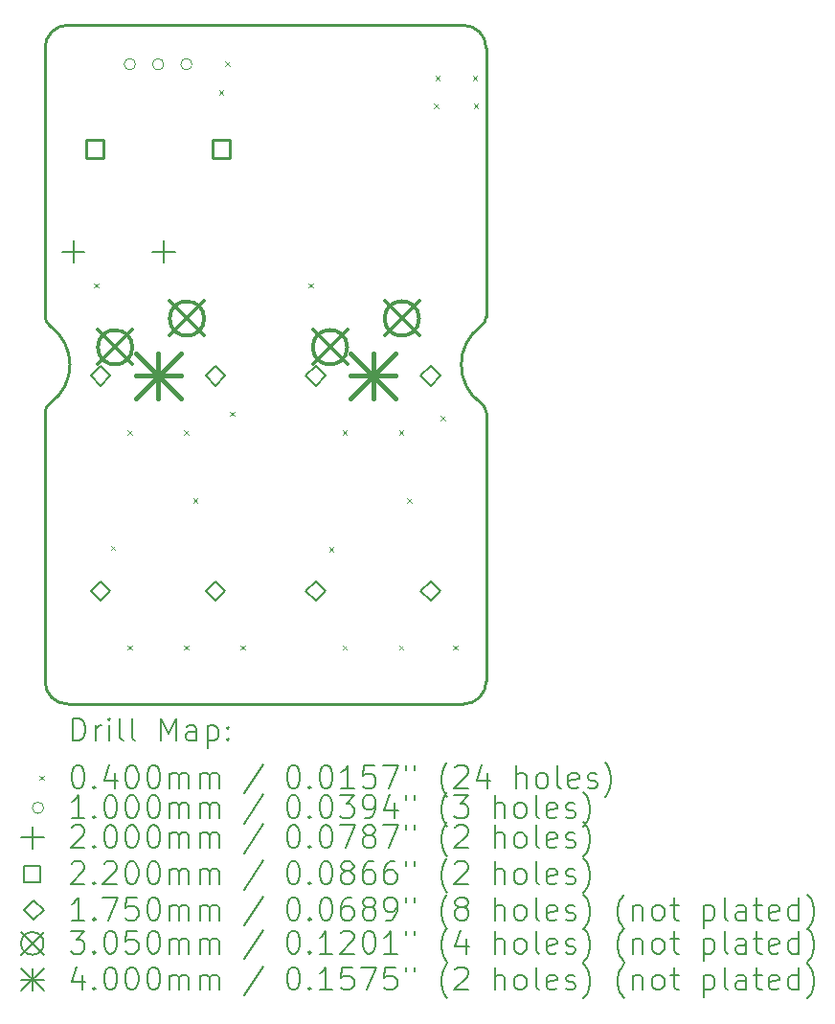
<source format=gbr>
%TF.GenerationSoftware,KiCad,Pcbnew,(6.0.9)*%
%TF.CreationDate,2023-02-13T00:07:08-05:00*%
%TF.ProjectId,Tang,54616e67-2e6b-4696-9361-645f70636258,rev?*%
%TF.SameCoordinates,Original*%
%TF.FileFunction,Drillmap*%
%TF.FilePolarity,Positive*%
%FSLAX45Y45*%
G04 Gerber Fmt 4.5, Leading zero omitted, Abs format (unit mm)*
G04 Created by KiCad (PCBNEW (6.0.9)) date 2023-02-13 00:07:08*
%MOMM*%
%LPD*%
G01*
G04 APERTURE LIST*
%ADD10C,0.250000*%
%ADD11C,0.200000*%
%ADD12C,0.040000*%
%ADD13C,0.100000*%
%ADD14C,0.220000*%
%ADD15C,0.175000*%
%ADD16C,0.305000*%
%ADD17C,0.400000*%
G04 APERTURE END LIST*
D10*
X10250000Y-6500000D02*
G75*
G03*
X10050000Y-6700000I0J-200000D01*
G01*
X13950004Y-9924735D02*
G75*
G03*
X13907692Y-9843055I-100004J-5D01*
G01*
X10092308Y-9843055D02*
G75*
G03*
X10092308Y-9156945I-242308J343055D01*
G01*
X10092310Y-9843059D02*
G75*
G03*
X10050000Y-9924735I57690J-81681D01*
G01*
X13907692Y-9156945D02*
G75*
G03*
X13907692Y-9843055I242308J-343055D01*
G01*
X10050000Y-6700000D02*
X10050000Y-9075265D01*
X10250000Y-12500000D02*
X13750000Y-12500000D01*
X13950000Y-6700000D02*
G75*
G03*
X13750000Y-6500000I-200000J0D01*
G01*
X10049996Y-9075265D02*
G75*
G03*
X10092308Y-9156945I100004J5D01*
G01*
X13950000Y-9075265D02*
X13950000Y-6700000D01*
X13750000Y-6500000D02*
X10250000Y-6500000D01*
X13750000Y-12500000D02*
G75*
G03*
X13950000Y-12300000I0J200000D01*
G01*
X10050000Y-9924735D02*
X10050000Y-12300000D01*
X10050000Y-12300000D02*
G75*
G03*
X10250000Y-12500000I200000J0D01*
G01*
X13950000Y-12300000D02*
X13950000Y-9924735D01*
X13907695Y-9156948D02*
G75*
G03*
X13950000Y-9075265I-57715J81688D01*
G01*
D11*
D12*
X10480000Y-8780000D02*
X10520000Y-8820000D01*
X10520000Y-8780000D02*
X10480000Y-8820000D01*
X10630000Y-11100000D02*
X10670000Y-11140000D01*
X10670000Y-11100000D02*
X10630000Y-11140000D01*
X10780000Y-10080000D02*
X10820000Y-10120000D01*
X10820000Y-10080000D02*
X10780000Y-10120000D01*
X10780000Y-11980000D02*
X10820000Y-12020000D01*
X10820000Y-11980000D02*
X10780000Y-12020000D01*
X11280000Y-10080000D02*
X11320000Y-10120000D01*
X11320000Y-10080000D02*
X11280000Y-10120000D01*
X11280000Y-11980000D02*
X11320000Y-12020000D01*
X11320000Y-11980000D02*
X11280000Y-12020000D01*
X11360000Y-10680000D02*
X11400000Y-10720000D01*
X11400000Y-10680000D02*
X11360000Y-10720000D01*
X11588000Y-7072000D02*
X11628000Y-7112000D01*
X11628000Y-7072000D02*
X11588000Y-7112000D01*
X11642000Y-6818000D02*
X11682000Y-6858000D01*
X11682000Y-6818000D02*
X11642000Y-6858000D01*
X11685000Y-9915000D02*
X11725000Y-9955000D01*
X11725000Y-9915000D02*
X11685000Y-9955000D01*
X11780000Y-11980000D02*
X11820000Y-12020000D01*
X11820000Y-11980000D02*
X11780000Y-12020000D01*
X12380000Y-8780000D02*
X12420000Y-8820000D01*
X12420000Y-8780000D02*
X12380000Y-8820000D01*
X12560000Y-11110000D02*
X12600000Y-11150000D01*
X12600000Y-11110000D02*
X12560000Y-11150000D01*
X12680000Y-10080000D02*
X12720000Y-10120000D01*
X12720000Y-10080000D02*
X12680000Y-10120000D01*
X12680000Y-11980000D02*
X12720000Y-12020000D01*
X12720000Y-11980000D02*
X12680000Y-12020000D01*
X13180000Y-10080000D02*
X13220000Y-10120000D01*
X13220000Y-10080000D02*
X13180000Y-10120000D01*
X13180000Y-11980000D02*
X13220000Y-12020000D01*
X13220000Y-11980000D02*
X13180000Y-12020000D01*
X13250000Y-10680000D02*
X13290000Y-10720000D01*
X13290000Y-10680000D02*
X13250000Y-10720000D01*
X13490000Y-7190000D02*
X13530000Y-7230000D01*
X13530000Y-7190000D02*
X13490000Y-7230000D01*
X13500000Y-6950000D02*
X13540000Y-6990000D01*
X13540000Y-6950000D02*
X13500000Y-6990000D01*
X13550000Y-9950000D02*
X13590000Y-9990000D01*
X13590000Y-9950000D02*
X13550000Y-9990000D01*
X13660000Y-11980000D02*
X13700000Y-12020000D01*
X13700000Y-11980000D02*
X13660000Y-12020000D01*
X13830000Y-6950000D02*
X13870000Y-6990000D01*
X13870000Y-6950000D02*
X13830000Y-6990000D01*
X13840000Y-7190000D02*
X13880000Y-7230000D01*
X13880000Y-7190000D02*
X13840000Y-7230000D01*
D13*
X10850000Y-6845000D02*
G75*
G03*
X10850000Y-6845000I-50000J0D01*
G01*
X11100000Y-6845000D02*
G75*
G03*
X11100000Y-6845000I-50000J0D01*
G01*
X11350000Y-6845000D02*
G75*
G03*
X11350000Y-6845000I-50000J0D01*
G01*
D11*
X10300000Y-8400000D02*
X10300000Y-8600000D01*
X10200000Y-8500000D02*
X10400000Y-8500000D01*
X11100000Y-8400000D02*
X11100000Y-8600000D01*
X11000000Y-8500000D02*
X11200000Y-8500000D01*
D14*
X10567783Y-7672782D02*
X10567783Y-7517217D01*
X10412218Y-7517217D01*
X10412218Y-7672782D01*
X10567783Y-7672782D01*
X11687782Y-7672782D02*
X11687782Y-7517217D01*
X11532217Y-7517217D01*
X11532217Y-7672782D01*
X11687782Y-7672782D01*
D15*
X10542000Y-9687500D02*
X10629500Y-9600000D01*
X10542000Y-9512500D01*
X10454500Y-9600000D01*
X10542000Y-9687500D01*
X10542000Y-11587500D02*
X10629500Y-11500000D01*
X10542000Y-11412500D01*
X10454500Y-11500000D01*
X10542000Y-11587500D01*
X11558000Y-9687500D02*
X11645500Y-9600000D01*
X11558000Y-9512500D01*
X11470500Y-9600000D01*
X11558000Y-9687500D01*
X11558000Y-11587500D02*
X11645500Y-11500000D01*
X11558000Y-11412500D01*
X11470500Y-11500000D01*
X11558000Y-11587500D01*
X12442000Y-9687500D02*
X12529500Y-9600000D01*
X12442000Y-9512500D01*
X12354500Y-9600000D01*
X12442000Y-9687500D01*
X12442000Y-11587500D02*
X12529500Y-11500000D01*
X12442000Y-11412500D01*
X12354500Y-11500000D01*
X12442000Y-11587500D01*
X13458000Y-9687500D02*
X13545500Y-9600000D01*
X13458000Y-9512500D01*
X13370500Y-9600000D01*
X13458000Y-9687500D01*
X13458000Y-11587500D02*
X13545500Y-11500000D01*
X13458000Y-11412500D01*
X13370500Y-11500000D01*
X13458000Y-11587500D01*
D16*
X10516500Y-9193500D02*
X10821500Y-9498500D01*
X10821500Y-9193500D02*
X10516500Y-9498500D01*
X10821500Y-9346000D02*
G75*
G03*
X10821500Y-9346000I-152500J0D01*
G01*
X11151500Y-8939500D02*
X11456500Y-9244500D01*
X11456500Y-8939500D02*
X11151500Y-9244500D01*
X11456500Y-9092000D02*
G75*
G03*
X11456500Y-9092000I-152500J0D01*
G01*
X12416500Y-9193500D02*
X12721500Y-9498500D01*
X12721500Y-9193500D02*
X12416500Y-9498500D01*
X12721500Y-9346000D02*
G75*
G03*
X12721500Y-9346000I-152500J0D01*
G01*
X13051500Y-8939500D02*
X13356500Y-9244500D01*
X13356500Y-8939500D02*
X13051500Y-9244500D01*
X13356500Y-9092000D02*
G75*
G03*
X13356500Y-9092000I-152500J0D01*
G01*
D17*
X10850000Y-9400000D02*
X11250000Y-9800000D01*
X11250000Y-9400000D02*
X10850000Y-9800000D01*
X11050000Y-9400000D02*
X11050000Y-9800000D01*
X10850000Y-9600000D02*
X11250000Y-9600000D01*
X12750000Y-9400000D02*
X13150000Y-9800000D01*
X13150000Y-9400000D02*
X12750000Y-9800000D01*
X12950000Y-9400000D02*
X12950000Y-9800000D01*
X12750000Y-9600000D02*
X13150000Y-9600000D01*
D11*
X10295119Y-12822976D02*
X10295119Y-12622976D01*
X10342738Y-12622976D01*
X10371310Y-12632500D01*
X10390357Y-12651548D01*
X10399881Y-12670595D01*
X10409405Y-12708690D01*
X10409405Y-12737262D01*
X10399881Y-12775357D01*
X10390357Y-12794405D01*
X10371310Y-12813452D01*
X10342738Y-12822976D01*
X10295119Y-12822976D01*
X10495119Y-12822976D02*
X10495119Y-12689643D01*
X10495119Y-12727738D02*
X10504643Y-12708690D01*
X10514167Y-12699167D01*
X10533214Y-12689643D01*
X10552262Y-12689643D01*
X10618929Y-12822976D02*
X10618929Y-12689643D01*
X10618929Y-12622976D02*
X10609405Y-12632500D01*
X10618929Y-12642024D01*
X10628452Y-12632500D01*
X10618929Y-12622976D01*
X10618929Y-12642024D01*
X10742738Y-12822976D02*
X10723690Y-12813452D01*
X10714167Y-12794405D01*
X10714167Y-12622976D01*
X10847500Y-12822976D02*
X10828452Y-12813452D01*
X10818929Y-12794405D01*
X10818929Y-12622976D01*
X11076071Y-12822976D02*
X11076071Y-12622976D01*
X11142738Y-12765833D01*
X11209405Y-12622976D01*
X11209405Y-12822976D01*
X11390357Y-12822976D02*
X11390357Y-12718214D01*
X11380833Y-12699167D01*
X11361786Y-12689643D01*
X11323690Y-12689643D01*
X11304643Y-12699167D01*
X11390357Y-12813452D02*
X11371309Y-12822976D01*
X11323690Y-12822976D01*
X11304643Y-12813452D01*
X11295119Y-12794405D01*
X11295119Y-12775357D01*
X11304643Y-12756309D01*
X11323690Y-12746786D01*
X11371309Y-12746786D01*
X11390357Y-12737262D01*
X11485595Y-12689643D02*
X11485595Y-12889643D01*
X11485595Y-12699167D02*
X11504643Y-12689643D01*
X11542738Y-12689643D01*
X11561786Y-12699167D01*
X11571309Y-12708690D01*
X11580833Y-12727738D01*
X11580833Y-12784881D01*
X11571309Y-12803928D01*
X11561786Y-12813452D01*
X11542738Y-12822976D01*
X11504643Y-12822976D01*
X11485595Y-12813452D01*
X11666548Y-12803928D02*
X11676071Y-12813452D01*
X11666548Y-12822976D01*
X11657024Y-12813452D01*
X11666548Y-12803928D01*
X11666548Y-12822976D01*
X11666548Y-12699167D02*
X11676071Y-12708690D01*
X11666548Y-12718214D01*
X11657024Y-12708690D01*
X11666548Y-12699167D01*
X11666548Y-12718214D01*
D12*
X9997500Y-13132500D02*
X10037500Y-13172500D01*
X10037500Y-13132500D02*
X9997500Y-13172500D01*
D11*
X10333214Y-13042976D02*
X10352262Y-13042976D01*
X10371310Y-13052500D01*
X10380833Y-13062024D01*
X10390357Y-13081071D01*
X10399881Y-13119167D01*
X10399881Y-13166786D01*
X10390357Y-13204881D01*
X10380833Y-13223928D01*
X10371310Y-13233452D01*
X10352262Y-13242976D01*
X10333214Y-13242976D01*
X10314167Y-13233452D01*
X10304643Y-13223928D01*
X10295119Y-13204881D01*
X10285595Y-13166786D01*
X10285595Y-13119167D01*
X10295119Y-13081071D01*
X10304643Y-13062024D01*
X10314167Y-13052500D01*
X10333214Y-13042976D01*
X10485595Y-13223928D02*
X10495119Y-13233452D01*
X10485595Y-13242976D01*
X10476071Y-13233452D01*
X10485595Y-13223928D01*
X10485595Y-13242976D01*
X10666548Y-13109643D02*
X10666548Y-13242976D01*
X10618929Y-13033452D02*
X10571310Y-13176309D01*
X10695119Y-13176309D01*
X10809405Y-13042976D02*
X10828452Y-13042976D01*
X10847500Y-13052500D01*
X10857024Y-13062024D01*
X10866548Y-13081071D01*
X10876071Y-13119167D01*
X10876071Y-13166786D01*
X10866548Y-13204881D01*
X10857024Y-13223928D01*
X10847500Y-13233452D01*
X10828452Y-13242976D01*
X10809405Y-13242976D01*
X10790357Y-13233452D01*
X10780833Y-13223928D01*
X10771310Y-13204881D01*
X10761786Y-13166786D01*
X10761786Y-13119167D01*
X10771310Y-13081071D01*
X10780833Y-13062024D01*
X10790357Y-13052500D01*
X10809405Y-13042976D01*
X10999881Y-13042976D02*
X11018929Y-13042976D01*
X11037976Y-13052500D01*
X11047500Y-13062024D01*
X11057024Y-13081071D01*
X11066548Y-13119167D01*
X11066548Y-13166786D01*
X11057024Y-13204881D01*
X11047500Y-13223928D01*
X11037976Y-13233452D01*
X11018929Y-13242976D01*
X10999881Y-13242976D01*
X10980833Y-13233452D01*
X10971310Y-13223928D01*
X10961786Y-13204881D01*
X10952262Y-13166786D01*
X10952262Y-13119167D01*
X10961786Y-13081071D01*
X10971310Y-13062024D01*
X10980833Y-13052500D01*
X10999881Y-13042976D01*
X11152262Y-13242976D02*
X11152262Y-13109643D01*
X11152262Y-13128690D02*
X11161786Y-13119167D01*
X11180833Y-13109643D01*
X11209405Y-13109643D01*
X11228452Y-13119167D01*
X11237976Y-13138214D01*
X11237976Y-13242976D01*
X11237976Y-13138214D02*
X11247500Y-13119167D01*
X11266548Y-13109643D01*
X11295119Y-13109643D01*
X11314167Y-13119167D01*
X11323690Y-13138214D01*
X11323690Y-13242976D01*
X11418928Y-13242976D02*
X11418928Y-13109643D01*
X11418928Y-13128690D02*
X11428452Y-13119167D01*
X11447500Y-13109643D01*
X11476071Y-13109643D01*
X11495119Y-13119167D01*
X11504643Y-13138214D01*
X11504643Y-13242976D01*
X11504643Y-13138214D02*
X11514167Y-13119167D01*
X11533214Y-13109643D01*
X11561786Y-13109643D01*
X11580833Y-13119167D01*
X11590357Y-13138214D01*
X11590357Y-13242976D01*
X11980833Y-13033452D02*
X11809405Y-13290595D01*
X12237976Y-13042976D02*
X12257024Y-13042976D01*
X12276071Y-13052500D01*
X12285595Y-13062024D01*
X12295119Y-13081071D01*
X12304643Y-13119167D01*
X12304643Y-13166786D01*
X12295119Y-13204881D01*
X12285595Y-13223928D01*
X12276071Y-13233452D01*
X12257024Y-13242976D01*
X12237976Y-13242976D01*
X12218928Y-13233452D01*
X12209405Y-13223928D01*
X12199881Y-13204881D01*
X12190357Y-13166786D01*
X12190357Y-13119167D01*
X12199881Y-13081071D01*
X12209405Y-13062024D01*
X12218928Y-13052500D01*
X12237976Y-13042976D01*
X12390357Y-13223928D02*
X12399881Y-13233452D01*
X12390357Y-13242976D01*
X12380833Y-13233452D01*
X12390357Y-13223928D01*
X12390357Y-13242976D01*
X12523690Y-13042976D02*
X12542738Y-13042976D01*
X12561786Y-13052500D01*
X12571309Y-13062024D01*
X12580833Y-13081071D01*
X12590357Y-13119167D01*
X12590357Y-13166786D01*
X12580833Y-13204881D01*
X12571309Y-13223928D01*
X12561786Y-13233452D01*
X12542738Y-13242976D01*
X12523690Y-13242976D01*
X12504643Y-13233452D01*
X12495119Y-13223928D01*
X12485595Y-13204881D01*
X12476071Y-13166786D01*
X12476071Y-13119167D01*
X12485595Y-13081071D01*
X12495119Y-13062024D01*
X12504643Y-13052500D01*
X12523690Y-13042976D01*
X12780833Y-13242976D02*
X12666548Y-13242976D01*
X12723690Y-13242976D02*
X12723690Y-13042976D01*
X12704643Y-13071548D01*
X12685595Y-13090595D01*
X12666548Y-13100119D01*
X12961786Y-13042976D02*
X12866548Y-13042976D01*
X12857024Y-13138214D01*
X12866548Y-13128690D01*
X12885595Y-13119167D01*
X12933214Y-13119167D01*
X12952262Y-13128690D01*
X12961786Y-13138214D01*
X12971309Y-13157262D01*
X12971309Y-13204881D01*
X12961786Y-13223928D01*
X12952262Y-13233452D01*
X12933214Y-13242976D01*
X12885595Y-13242976D01*
X12866548Y-13233452D01*
X12857024Y-13223928D01*
X13037976Y-13042976D02*
X13171309Y-13042976D01*
X13085595Y-13242976D01*
X13237976Y-13042976D02*
X13237976Y-13081071D01*
X13314167Y-13042976D02*
X13314167Y-13081071D01*
X13609405Y-13319167D02*
X13599881Y-13309643D01*
X13580833Y-13281071D01*
X13571309Y-13262024D01*
X13561786Y-13233452D01*
X13552262Y-13185833D01*
X13552262Y-13147738D01*
X13561786Y-13100119D01*
X13571309Y-13071548D01*
X13580833Y-13052500D01*
X13599881Y-13023928D01*
X13609405Y-13014405D01*
X13676071Y-13062024D02*
X13685595Y-13052500D01*
X13704643Y-13042976D01*
X13752262Y-13042976D01*
X13771309Y-13052500D01*
X13780833Y-13062024D01*
X13790357Y-13081071D01*
X13790357Y-13100119D01*
X13780833Y-13128690D01*
X13666548Y-13242976D01*
X13790357Y-13242976D01*
X13961786Y-13109643D02*
X13961786Y-13242976D01*
X13914167Y-13033452D02*
X13866548Y-13176309D01*
X13990357Y-13176309D01*
X14218928Y-13242976D02*
X14218928Y-13042976D01*
X14304643Y-13242976D02*
X14304643Y-13138214D01*
X14295119Y-13119167D01*
X14276071Y-13109643D01*
X14247500Y-13109643D01*
X14228452Y-13119167D01*
X14218928Y-13128690D01*
X14428452Y-13242976D02*
X14409405Y-13233452D01*
X14399881Y-13223928D01*
X14390357Y-13204881D01*
X14390357Y-13147738D01*
X14399881Y-13128690D01*
X14409405Y-13119167D01*
X14428452Y-13109643D01*
X14457024Y-13109643D01*
X14476071Y-13119167D01*
X14485595Y-13128690D01*
X14495119Y-13147738D01*
X14495119Y-13204881D01*
X14485595Y-13223928D01*
X14476071Y-13233452D01*
X14457024Y-13242976D01*
X14428452Y-13242976D01*
X14609405Y-13242976D02*
X14590357Y-13233452D01*
X14580833Y-13214405D01*
X14580833Y-13042976D01*
X14761786Y-13233452D02*
X14742738Y-13242976D01*
X14704643Y-13242976D01*
X14685595Y-13233452D01*
X14676071Y-13214405D01*
X14676071Y-13138214D01*
X14685595Y-13119167D01*
X14704643Y-13109643D01*
X14742738Y-13109643D01*
X14761786Y-13119167D01*
X14771309Y-13138214D01*
X14771309Y-13157262D01*
X14676071Y-13176309D01*
X14847500Y-13233452D02*
X14866548Y-13242976D01*
X14904643Y-13242976D01*
X14923690Y-13233452D01*
X14933214Y-13214405D01*
X14933214Y-13204881D01*
X14923690Y-13185833D01*
X14904643Y-13176309D01*
X14876071Y-13176309D01*
X14857024Y-13166786D01*
X14847500Y-13147738D01*
X14847500Y-13138214D01*
X14857024Y-13119167D01*
X14876071Y-13109643D01*
X14904643Y-13109643D01*
X14923690Y-13119167D01*
X14999881Y-13319167D02*
X15009405Y-13309643D01*
X15028452Y-13281071D01*
X15037976Y-13262024D01*
X15047500Y-13233452D01*
X15057024Y-13185833D01*
X15057024Y-13147738D01*
X15047500Y-13100119D01*
X15037976Y-13071548D01*
X15028452Y-13052500D01*
X15009405Y-13023928D01*
X14999881Y-13014405D01*
D13*
X10037500Y-13416500D02*
G75*
G03*
X10037500Y-13416500I-50000J0D01*
G01*
D11*
X10399881Y-13506976D02*
X10285595Y-13506976D01*
X10342738Y-13506976D02*
X10342738Y-13306976D01*
X10323690Y-13335548D01*
X10304643Y-13354595D01*
X10285595Y-13364119D01*
X10485595Y-13487928D02*
X10495119Y-13497452D01*
X10485595Y-13506976D01*
X10476071Y-13497452D01*
X10485595Y-13487928D01*
X10485595Y-13506976D01*
X10618929Y-13306976D02*
X10637976Y-13306976D01*
X10657024Y-13316500D01*
X10666548Y-13326024D01*
X10676071Y-13345071D01*
X10685595Y-13383167D01*
X10685595Y-13430786D01*
X10676071Y-13468881D01*
X10666548Y-13487928D01*
X10657024Y-13497452D01*
X10637976Y-13506976D01*
X10618929Y-13506976D01*
X10599881Y-13497452D01*
X10590357Y-13487928D01*
X10580833Y-13468881D01*
X10571310Y-13430786D01*
X10571310Y-13383167D01*
X10580833Y-13345071D01*
X10590357Y-13326024D01*
X10599881Y-13316500D01*
X10618929Y-13306976D01*
X10809405Y-13306976D02*
X10828452Y-13306976D01*
X10847500Y-13316500D01*
X10857024Y-13326024D01*
X10866548Y-13345071D01*
X10876071Y-13383167D01*
X10876071Y-13430786D01*
X10866548Y-13468881D01*
X10857024Y-13487928D01*
X10847500Y-13497452D01*
X10828452Y-13506976D01*
X10809405Y-13506976D01*
X10790357Y-13497452D01*
X10780833Y-13487928D01*
X10771310Y-13468881D01*
X10761786Y-13430786D01*
X10761786Y-13383167D01*
X10771310Y-13345071D01*
X10780833Y-13326024D01*
X10790357Y-13316500D01*
X10809405Y-13306976D01*
X10999881Y-13306976D02*
X11018929Y-13306976D01*
X11037976Y-13316500D01*
X11047500Y-13326024D01*
X11057024Y-13345071D01*
X11066548Y-13383167D01*
X11066548Y-13430786D01*
X11057024Y-13468881D01*
X11047500Y-13487928D01*
X11037976Y-13497452D01*
X11018929Y-13506976D01*
X10999881Y-13506976D01*
X10980833Y-13497452D01*
X10971310Y-13487928D01*
X10961786Y-13468881D01*
X10952262Y-13430786D01*
X10952262Y-13383167D01*
X10961786Y-13345071D01*
X10971310Y-13326024D01*
X10980833Y-13316500D01*
X10999881Y-13306976D01*
X11152262Y-13506976D02*
X11152262Y-13373643D01*
X11152262Y-13392690D02*
X11161786Y-13383167D01*
X11180833Y-13373643D01*
X11209405Y-13373643D01*
X11228452Y-13383167D01*
X11237976Y-13402214D01*
X11237976Y-13506976D01*
X11237976Y-13402214D02*
X11247500Y-13383167D01*
X11266548Y-13373643D01*
X11295119Y-13373643D01*
X11314167Y-13383167D01*
X11323690Y-13402214D01*
X11323690Y-13506976D01*
X11418928Y-13506976D02*
X11418928Y-13373643D01*
X11418928Y-13392690D02*
X11428452Y-13383167D01*
X11447500Y-13373643D01*
X11476071Y-13373643D01*
X11495119Y-13383167D01*
X11504643Y-13402214D01*
X11504643Y-13506976D01*
X11504643Y-13402214D02*
X11514167Y-13383167D01*
X11533214Y-13373643D01*
X11561786Y-13373643D01*
X11580833Y-13383167D01*
X11590357Y-13402214D01*
X11590357Y-13506976D01*
X11980833Y-13297452D02*
X11809405Y-13554595D01*
X12237976Y-13306976D02*
X12257024Y-13306976D01*
X12276071Y-13316500D01*
X12285595Y-13326024D01*
X12295119Y-13345071D01*
X12304643Y-13383167D01*
X12304643Y-13430786D01*
X12295119Y-13468881D01*
X12285595Y-13487928D01*
X12276071Y-13497452D01*
X12257024Y-13506976D01*
X12237976Y-13506976D01*
X12218928Y-13497452D01*
X12209405Y-13487928D01*
X12199881Y-13468881D01*
X12190357Y-13430786D01*
X12190357Y-13383167D01*
X12199881Y-13345071D01*
X12209405Y-13326024D01*
X12218928Y-13316500D01*
X12237976Y-13306976D01*
X12390357Y-13487928D02*
X12399881Y-13497452D01*
X12390357Y-13506976D01*
X12380833Y-13497452D01*
X12390357Y-13487928D01*
X12390357Y-13506976D01*
X12523690Y-13306976D02*
X12542738Y-13306976D01*
X12561786Y-13316500D01*
X12571309Y-13326024D01*
X12580833Y-13345071D01*
X12590357Y-13383167D01*
X12590357Y-13430786D01*
X12580833Y-13468881D01*
X12571309Y-13487928D01*
X12561786Y-13497452D01*
X12542738Y-13506976D01*
X12523690Y-13506976D01*
X12504643Y-13497452D01*
X12495119Y-13487928D01*
X12485595Y-13468881D01*
X12476071Y-13430786D01*
X12476071Y-13383167D01*
X12485595Y-13345071D01*
X12495119Y-13326024D01*
X12504643Y-13316500D01*
X12523690Y-13306976D01*
X12657024Y-13306976D02*
X12780833Y-13306976D01*
X12714167Y-13383167D01*
X12742738Y-13383167D01*
X12761786Y-13392690D01*
X12771309Y-13402214D01*
X12780833Y-13421262D01*
X12780833Y-13468881D01*
X12771309Y-13487928D01*
X12761786Y-13497452D01*
X12742738Y-13506976D01*
X12685595Y-13506976D01*
X12666548Y-13497452D01*
X12657024Y-13487928D01*
X12876071Y-13506976D02*
X12914167Y-13506976D01*
X12933214Y-13497452D01*
X12942738Y-13487928D01*
X12961786Y-13459357D01*
X12971309Y-13421262D01*
X12971309Y-13345071D01*
X12961786Y-13326024D01*
X12952262Y-13316500D01*
X12933214Y-13306976D01*
X12895119Y-13306976D01*
X12876071Y-13316500D01*
X12866548Y-13326024D01*
X12857024Y-13345071D01*
X12857024Y-13392690D01*
X12866548Y-13411738D01*
X12876071Y-13421262D01*
X12895119Y-13430786D01*
X12933214Y-13430786D01*
X12952262Y-13421262D01*
X12961786Y-13411738D01*
X12971309Y-13392690D01*
X13142738Y-13373643D02*
X13142738Y-13506976D01*
X13095119Y-13297452D02*
X13047500Y-13440309D01*
X13171309Y-13440309D01*
X13237976Y-13306976D02*
X13237976Y-13345071D01*
X13314167Y-13306976D02*
X13314167Y-13345071D01*
X13609405Y-13583167D02*
X13599881Y-13573643D01*
X13580833Y-13545071D01*
X13571309Y-13526024D01*
X13561786Y-13497452D01*
X13552262Y-13449833D01*
X13552262Y-13411738D01*
X13561786Y-13364119D01*
X13571309Y-13335548D01*
X13580833Y-13316500D01*
X13599881Y-13287928D01*
X13609405Y-13278405D01*
X13666548Y-13306976D02*
X13790357Y-13306976D01*
X13723690Y-13383167D01*
X13752262Y-13383167D01*
X13771309Y-13392690D01*
X13780833Y-13402214D01*
X13790357Y-13421262D01*
X13790357Y-13468881D01*
X13780833Y-13487928D01*
X13771309Y-13497452D01*
X13752262Y-13506976D01*
X13695119Y-13506976D01*
X13676071Y-13497452D01*
X13666548Y-13487928D01*
X14028452Y-13506976D02*
X14028452Y-13306976D01*
X14114167Y-13506976D02*
X14114167Y-13402214D01*
X14104643Y-13383167D01*
X14085595Y-13373643D01*
X14057024Y-13373643D01*
X14037976Y-13383167D01*
X14028452Y-13392690D01*
X14237976Y-13506976D02*
X14218928Y-13497452D01*
X14209405Y-13487928D01*
X14199881Y-13468881D01*
X14199881Y-13411738D01*
X14209405Y-13392690D01*
X14218928Y-13383167D01*
X14237976Y-13373643D01*
X14266548Y-13373643D01*
X14285595Y-13383167D01*
X14295119Y-13392690D01*
X14304643Y-13411738D01*
X14304643Y-13468881D01*
X14295119Y-13487928D01*
X14285595Y-13497452D01*
X14266548Y-13506976D01*
X14237976Y-13506976D01*
X14418928Y-13506976D02*
X14399881Y-13497452D01*
X14390357Y-13478405D01*
X14390357Y-13306976D01*
X14571309Y-13497452D02*
X14552262Y-13506976D01*
X14514167Y-13506976D01*
X14495119Y-13497452D01*
X14485595Y-13478405D01*
X14485595Y-13402214D01*
X14495119Y-13383167D01*
X14514167Y-13373643D01*
X14552262Y-13373643D01*
X14571309Y-13383167D01*
X14580833Y-13402214D01*
X14580833Y-13421262D01*
X14485595Y-13440309D01*
X14657024Y-13497452D02*
X14676071Y-13506976D01*
X14714167Y-13506976D01*
X14733214Y-13497452D01*
X14742738Y-13478405D01*
X14742738Y-13468881D01*
X14733214Y-13449833D01*
X14714167Y-13440309D01*
X14685595Y-13440309D01*
X14666548Y-13430786D01*
X14657024Y-13411738D01*
X14657024Y-13402214D01*
X14666548Y-13383167D01*
X14685595Y-13373643D01*
X14714167Y-13373643D01*
X14733214Y-13383167D01*
X14809405Y-13583167D02*
X14818928Y-13573643D01*
X14837976Y-13545071D01*
X14847500Y-13526024D01*
X14857024Y-13497452D01*
X14866548Y-13449833D01*
X14866548Y-13411738D01*
X14857024Y-13364119D01*
X14847500Y-13335548D01*
X14837976Y-13316500D01*
X14818928Y-13287928D01*
X14809405Y-13278405D01*
X9937500Y-13580500D02*
X9937500Y-13780500D01*
X9837500Y-13680500D02*
X10037500Y-13680500D01*
X10285595Y-13590024D02*
X10295119Y-13580500D01*
X10314167Y-13570976D01*
X10361786Y-13570976D01*
X10380833Y-13580500D01*
X10390357Y-13590024D01*
X10399881Y-13609071D01*
X10399881Y-13628119D01*
X10390357Y-13656690D01*
X10276071Y-13770976D01*
X10399881Y-13770976D01*
X10485595Y-13751928D02*
X10495119Y-13761452D01*
X10485595Y-13770976D01*
X10476071Y-13761452D01*
X10485595Y-13751928D01*
X10485595Y-13770976D01*
X10618929Y-13570976D02*
X10637976Y-13570976D01*
X10657024Y-13580500D01*
X10666548Y-13590024D01*
X10676071Y-13609071D01*
X10685595Y-13647167D01*
X10685595Y-13694786D01*
X10676071Y-13732881D01*
X10666548Y-13751928D01*
X10657024Y-13761452D01*
X10637976Y-13770976D01*
X10618929Y-13770976D01*
X10599881Y-13761452D01*
X10590357Y-13751928D01*
X10580833Y-13732881D01*
X10571310Y-13694786D01*
X10571310Y-13647167D01*
X10580833Y-13609071D01*
X10590357Y-13590024D01*
X10599881Y-13580500D01*
X10618929Y-13570976D01*
X10809405Y-13570976D02*
X10828452Y-13570976D01*
X10847500Y-13580500D01*
X10857024Y-13590024D01*
X10866548Y-13609071D01*
X10876071Y-13647167D01*
X10876071Y-13694786D01*
X10866548Y-13732881D01*
X10857024Y-13751928D01*
X10847500Y-13761452D01*
X10828452Y-13770976D01*
X10809405Y-13770976D01*
X10790357Y-13761452D01*
X10780833Y-13751928D01*
X10771310Y-13732881D01*
X10761786Y-13694786D01*
X10761786Y-13647167D01*
X10771310Y-13609071D01*
X10780833Y-13590024D01*
X10790357Y-13580500D01*
X10809405Y-13570976D01*
X10999881Y-13570976D02*
X11018929Y-13570976D01*
X11037976Y-13580500D01*
X11047500Y-13590024D01*
X11057024Y-13609071D01*
X11066548Y-13647167D01*
X11066548Y-13694786D01*
X11057024Y-13732881D01*
X11047500Y-13751928D01*
X11037976Y-13761452D01*
X11018929Y-13770976D01*
X10999881Y-13770976D01*
X10980833Y-13761452D01*
X10971310Y-13751928D01*
X10961786Y-13732881D01*
X10952262Y-13694786D01*
X10952262Y-13647167D01*
X10961786Y-13609071D01*
X10971310Y-13590024D01*
X10980833Y-13580500D01*
X10999881Y-13570976D01*
X11152262Y-13770976D02*
X11152262Y-13637643D01*
X11152262Y-13656690D02*
X11161786Y-13647167D01*
X11180833Y-13637643D01*
X11209405Y-13637643D01*
X11228452Y-13647167D01*
X11237976Y-13666214D01*
X11237976Y-13770976D01*
X11237976Y-13666214D02*
X11247500Y-13647167D01*
X11266548Y-13637643D01*
X11295119Y-13637643D01*
X11314167Y-13647167D01*
X11323690Y-13666214D01*
X11323690Y-13770976D01*
X11418928Y-13770976D02*
X11418928Y-13637643D01*
X11418928Y-13656690D02*
X11428452Y-13647167D01*
X11447500Y-13637643D01*
X11476071Y-13637643D01*
X11495119Y-13647167D01*
X11504643Y-13666214D01*
X11504643Y-13770976D01*
X11504643Y-13666214D02*
X11514167Y-13647167D01*
X11533214Y-13637643D01*
X11561786Y-13637643D01*
X11580833Y-13647167D01*
X11590357Y-13666214D01*
X11590357Y-13770976D01*
X11980833Y-13561452D02*
X11809405Y-13818595D01*
X12237976Y-13570976D02*
X12257024Y-13570976D01*
X12276071Y-13580500D01*
X12285595Y-13590024D01*
X12295119Y-13609071D01*
X12304643Y-13647167D01*
X12304643Y-13694786D01*
X12295119Y-13732881D01*
X12285595Y-13751928D01*
X12276071Y-13761452D01*
X12257024Y-13770976D01*
X12237976Y-13770976D01*
X12218928Y-13761452D01*
X12209405Y-13751928D01*
X12199881Y-13732881D01*
X12190357Y-13694786D01*
X12190357Y-13647167D01*
X12199881Y-13609071D01*
X12209405Y-13590024D01*
X12218928Y-13580500D01*
X12237976Y-13570976D01*
X12390357Y-13751928D02*
X12399881Y-13761452D01*
X12390357Y-13770976D01*
X12380833Y-13761452D01*
X12390357Y-13751928D01*
X12390357Y-13770976D01*
X12523690Y-13570976D02*
X12542738Y-13570976D01*
X12561786Y-13580500D01*
X12571309Y-13590024D01*
X12580833Y-13609071D01*
X12590357Y-13647167D01*
X12590357Y-13694786D01*
X12580833Y-13732881D01*
X12571309Y-13751928D01*
X12561786Y-13761452D01*
X12542738Y-13770976D01*
X12523690Y-13770976D01*
X12504643Y-13761452D01*
X12495119Y-13751928D01*
X12485595Y-13732881D01*
X12476071Y-13694786D01*
X12476071Y-13647167D01*
X12485595Y-13609071D01*
X12495119Y-13590024D01*
X12504643Y-13580500D01*
X12523690Y-13570976D01*
X12657024Y-13570976D02*
X12790357Y-13570976D01*
X12704643Y-13770976D01*
X12895119Y-13656690D02*
X12876071Y-13647167D01*
X12866548Y-13637643D01*
X12857024Y-13618595D01*
X12857024Y-13609071D01*
X12866548Y-13590024D01*
X12876071Y-13580500D01*
X12895119Y-13570976D01*
X12933214Y-13570976D01*
X12952262Y-13580500D01*
X12961786Y-13590024D01*
X12971309Y-13609071D01*
X12971309Y-13618595D01*
X12961786Y-13637643D01*
X12952262Y-13647167D01*
X12933214Y-13656690D01*
X12895119Y-13656690D01*
X12876071Y-13666214D01*
X12866548Y-13675738D01*
X12857024Y-13694786D01*
X12857024Y-13732881D01*
X12866548Y-13751928D01*
X12876071Y-13761452D01*
X12895119Y-13770976D01*
X12933214Y-13770976D01*
X12952262Y-13761452D01*
X12961786Y-13751928D01*
X12971309Y-13732881D01*
X12971309Y-13694786D01*
X12961786Y-13675738D01*
X12952262Y-13666214D01*
X12933214Y-13656690D01*
X13037976Y-13570976D02*
X13171309Y-13570976D01*
X13085595Y-13770976D01*
X13237976Y-13570976D02*
X13237976Y-13609071D01*
X13314167Y-13570976D02*
X13314167Y-13609071D01*
X13609405Y-13847167D02*
X13599881Y-13837643D01*
X13580833Y-13809071D01*
X13571309Y-13790024D01*
X13561786Y-13761452D01*
X13552262Y-13713833D01*
X13552262Y-13675738D01*
X13561786Y-13628119D01*
X13571309Y-13599548D01*
X13580833Y-13580500D01*
X13599881Y-13551928D01*
X13609405Y-13542405D01*
X13676071Y-13590024D02*
X13685595Y-13580500D01*
X13704643Y-13570976D01*
X13752262Y-13570976D01*
X13771309Y-13580500D01*
X13780833Y-13590024D01*
X13790357Y-13609071D01*
X13790357Y-13628119D01*
X13780833Y-13656690D01*
X13666548Y-13770976D01*
X13790357Y-13770976D01*
X14028452Y-13770976D02*
X14028452Y-13570976D01*
X14114167Y-13770976D02*
X14114167Y-13666214D01*
X14104643Y-13647167D01*
X14085595Y-13637643D01*
X14057024Y-13637643D01*
X14037976Y-13647167D01*
X14028452Y-13656690D01*
X14237976Y-13770976D02*
X14218928Y-13761452D01*
X14209405Y-13751928D01*
X14199881Y-13732881D01*
X14199881Y-13675738D01*
X14209405Y-13656690D01*
X14218928Y-13647167D01*
X14237976Y-13637643D01*
X14266548Y-13637643D01*
X14285595Y-13647167D01*
X14295119Y-13656690D01*
X14304643Y-13675738D01*
X14304643Y-13732881D01*
X14295119Y-13751928D01*
X14285595Y-13761452D01*
X14266548Y-13770976D01*
X14237976Y-13770976D01*
X14418928Y-13770976D02*
X14399881Y-13761452D01*
X14390357Y-13742405D01*
X14390357Y-13570976D01*
X14571309Y-13761452D02*
X14552262Y-13770976D01*
X14514167Y-13770976D01*
X14495119Y-13761452D01*
X14485595Y-13742405D01*
X14485595Y-13666214D01*
X14495119Y-13647167D01*
X14514167Y-13637643D01*
X14552262Y-13637643D01*
X14571309Y-13647167D01*
X14580833Y-13666214D01*
X14580833Y-13685262D01*
X14485595Y-13704309D01*
X14657024Y-13761452D02*
X14676071Y-13770976D01*
X14714167Y-13770976D01*
X14733214Y-13761452D01*
X14742738Y-13742405D01*
X14742738Y-13732881D01*
X14733214Y-13713833D01*
X14714167Y-13704309D01*
X14685595Y-13704309D01*
X14666548Y-13694786D01*
X14657024Y-13675738D01*
X14657024Y-13666214D01*
X14666548Y-13647167D01*
X14685595Y-13637643D01*
X14714167Y-13637643D01*
X14733214Y-13647167D01*
X14809405Y-13847167D02*
X14818928Y-13837643D01*
X14837976Y-13809071D01*
X14847500Y-13790024D01*
X14857024Y-13761452D01*
X14866548Y-13713833D01*
X14866548Y-13675738D01*
X14857024Y-13628119D01*
X14847500Y-13599548D01*
X14837976Y-13580500D01*
X14818928Y-13551928D01*
X14809405Y-13542405D01*
X10008211Y-14071211D02*
X10008211Y-13929789D01*
X9866789Y-13929789D01*
X9866789Y-14071211D01*
X10008211Y-14071211D01*
X10285595Y-13910024D02*
X10295119Y-13900500D01*
X10314167Y-13890976D01*
X10361786Y-13890976D01*
X10380833Y-13900500D01*
X10390357Y-13910024D01*
X10399881Y-13929071D01*
X10399881Y-13948119D01*
X10390357Y-13976690D01*
X10276071Y-14090976D01*
X10399881Y-14090976D01*
X10485595Y-14071928D02*
X10495119Y-14081452D01*
X10485595Y-14090976D01*
X10476071Y-14081452D01*
X10485595Y-14071928D01*
X10485595Y-14090976D01*
X10571310Y-13910024D02*
X10580833Y-13900500D01*
X10599881Y-13890976D01*
X10647500Y-13890976D01*
X10666548Y-13900500D01*
X10676071Y-13910024D01*
X10685595Y-13929071D01*
X10685595Y-13948119D01*
X10676071Y-13976690D01*
X10561786Y-14090976D01*
X10685595Y-14090976D01*
X10809405Y-13890976D02*
X10828452Y-13890976D01*
X10847500Y-13900500D01*
X10857024Y-13910024D01*
X10866548Y-13929071D01*
X10876071Y-13967167D01*
X10876071Y-14014786D01*
X10866548Y-14052881D01*
X10857024Y-14071928D01*
X10847500Y-14081452D01*
X10828452Y-14090976D01*
X10809405Y-14090976D01*
X10790357Y-14081452D01*
X10780833Y-14071928D01*
X10771310Y-14052881D01*
X10761786Y-14014786D01*
X10761786Y-13967167D01*
X10771310Y-13929071D01*
X10780833Y-13910024D01*
X10790357Y-13900500D01*
X10809405Y-13890976D01*
X10999881Y-13890976D02*
X11018929Y-13890976D01*
X11037976Y-13900500D01*
X11047500Y-13910024D01*
X11057024Y-13929071D01*
X11066548Y-13967167D01*
X11066548Y-14014786D01*
X11057024Y-14052881D01*
X11047500Y-14071928D01*
X11037976Y-14081452D01*
X11018929Y-14090976D01*
X10999881Y-14090976D01*
X10980833Y-14081452D01*
X10971310Y-14071928D01*
X10961786Y-14052881D01*
X10952262Y-14014786D01*
X10952262Y-13967167D01*
X10961786Y-13929071D01*
X10971310Y-13910024D01*
X10980833Y-13900500D01*
X10999881Y-13890976D01*
X11152262Y-14090976D02*
X11152262Y-13957643D01*
X11152262Y-13976690D02*
X11161786Y-13967167D01*
X11180833Y-13957643D01*
X11209405Y-13957643D01*
X11228452Y-13967167D01*
X11237976Y-13986214D01*
X11237976Y-14090976D01*
X11237976Y-13986214D02*
X11247500Y-13967167D01*
X11266548Y-13957643D01*
X11295119Y-13957643D01*
X11314167Y-13967167D01*
X11323690Y-13986214D01*
X11323690Y-14090976D01*
X11418928Y-14090976D02*
X11418928Y-13957643D01*
X11418928Y-13976690D02*
X11428452Y-13967167D01*
X11447500Y-13957643D01*
X11476071Y-13957643D01*
X11495119Y-13967167D01*
X11504643Y-13986214D01*
X11504643Y-14090976D01*
X11504643Y-13986214D02*
X11514167Y-13967167D01*
X11533214Y-13957643D01*
X11561786Y-13957643D01*
X11580833Y-13967167D01*
X11590357Y-13986214D01*
X11590357Y-14090976D01*
X11980833Y-13881452D02*
X11809405Y-14138595D01*
X12237976Y-13890976D02*
X12257024Y-13890976D01*
X12276071Y-13900500D01*
X12285595Y-13910024D01*
X12295119Y-13929071D01*
X12304643Y-13967167D01*
X12304643Y-14014786D01*
X12295119Y-14052881D01*
X12285595Y-14071928D01*
X12276071Y-14081452D01*
X12257024Y-14090976D01*
X12237976Y-14090976D01*
X12218928Y-14081452D01*
X12209405Y-14071928D01*
X12199881Y-14052881D01*
X12190357Y-14014786D01*
X12190357Y-13967167D01*
X12199881Y-13929071D01*
X12209405Y-13910024D01*
X12218928Y-13900500D01*
X12237976Y-13890976D01*
X12390357Y-14071928D02*
X12399881Y-14081452D01*
X12390357Y-14090976D01*
X12380833Y-14081452D01*
X12390357Y-14071928D01*
X12390357Y-14090976D01*
X12523690Y-13890976D02*
X12542738Y-13890976D01*
X12561786Y-13900500D01*
X12571309Y-13910024D01*
X12580833Y-13929071D01*
X12590357Y-13967167D01*
X12590357Y-14014786D01*
X12580833Y-14052881D01*
X12571309Y-14071928D01*
X12561786Y-14081452D01*
X12542738Y-14090976D01*
X12523690Y-14090976D01*
X12504643Y-14081452D01*
X12495119Y-14071928D01*
X12485595Y-14052881D01*
X12476071Y-14014786D01*
X12476071Y-13967167D01*
X12485595Y-13929071D01*
X12495119Y-13910024D01*
X12504643Y-13900500D01*
X12523690Y-13890976D01*
X12704643Y-13976690D02*
X12685595Y-13967167D01*
X12676071Y-13957643D01*
X12666548Y-13938595D01*
X12666548Y-13929071D01*
X12676071Y-13910024D01*
X12685595Y-13900500D01*
X12704643Y-13890976D01*
X12742738Y-13890976D01*
X12761786Y-13900500D01*
X12771309Y-13910024D01*
X12780833Y-13929071D01*
X12780833Y-13938595D01*
X12771309Y-13957643D01*
X12761786Y-13967167D01*
X12742738Y-13976690D01*
X12704643Y-13976690D01*
X12685595Y-13986214D01*
X12676071Y-13995738D01*
X12666548Y-14014786D01*
X12666548Y-14052881D01*
X12676071Y-14071928D01*
X12685595Y-14081452D01*
X12704643Y-14090976D01*
X12742738Y-14090976D01*
X12761786Y-14081452D01*
X12771309Y-14071928D01*
X12780833Y-14052881D01*
X12780833Y-14014786D01*
X12771309Y-13995738D01*
X12761786Y-13986214D01*
X12742738Y-13976690D01*
X12952262Y-13890976D02*
X12914167Y-13890976D01*
X12895119Y-13900500D01*
X12885595Y-13910024D01*
X12866548Y-13938595D01*
X12857024Y-13976690D01*
X12857024Y-14052881D01*
X12866548Y-14071928D01*
X12876071Y-14081452D01*
X12895119Y-14090976D01*
X12933214Y-14090976D01*
X12952262Y-14081452D01*
X12961786Y-14071928D01*
X12971309Y-14052881D01*
X12971309Y-14005262D01*
X12961786Y-13986214D01*
X12952262Y-13976690D01*
X12933214Y-13967167D01*
X12895119Y-13967167D01*
X12876071Y-13976690D01*
X12866548Y-13986214D01*
X12857024Y-14005262D01*
X13142738Y-13890976D02*
X13104643Y-13890976D01*
X13085595Y-13900500D01*
X13076071Y-13910024D01*
X13057024Y-13938595D01*
X13047500Y-13976690D01*
X13047500Y-14052881D01*
X13057024Y-14071928D01*
X13066548Y-14081452D01*
X13085595Y-14090976D01*
X13123690Y-14090976D01*
X13142738Y-14081452D01*
X13152262Y-14071928D01*
X13161786Y-14052881D01*
X13161786Y-14005262D01*
X13152262Y-13986214D01*
X13142738Y-13976690D01*
X13123690Y-13967167D01*
X13085595Y-13967167D01*
X13066548Y-13976690D01*
X13057024Y-13986214D01*
X13047500Y-14005262D01*
X13237976Y-13890976D02*
X13237976Y-13929071D01*
X13314167Y-13890976D02*
X13314167Y-13929071D01*
X13609405Y-14167167D02*
X13599881Y-14157643D01*
X13580833Y-14129071D01*
X13571309Y-14110024D01*
X13561786Y-14081452D01*
X13552262Y-14033833D01*
X13552262Y-13995738D01*
X13561786Y-13948119D01*
X13571309Y-13919548D01*
X13580833Y-13900500D01*
X13599881Y-13871928D01*
X13609405Y-13862405D01*
X13676071Y-13910024D02*
X13685595Y-13900500D01*
X13704643Y-13890976D01*
X13752262Y-13890976D01*
X13771309Y-13900500D01*
X13780833Y-13910024D01*
X13790357Y-13929071D01*
X13790357Y-13948119D01*
X13780833Y-13976690D01*
X13666548Y-14090976D01*
X13790357Y-14090976D01*
X14028452Y-14090976D02*
X14028452Y-13890976D01*
X14114167Y-14090976D02*
X14114167Y-13986214D01*
X14104643Y-13967167D01*
X14085595Y-13957643D01*
X14057024Y-13957643D01*
X14037976Y-13967167D01*
X14028452Y-13976690D01*
X14237976Y-14090976D02*
X14218928Y-14081452D01*
X14209405Y-14071928D01*
X14199881Y-14052881D01*
X14199881Y-13995738D01*
X14209405Y-13976690D01*
X14218928Y-13967167D01*
X14237976Y-13957643D01*
X14266548Y-13957643D01*
X14285595Y-13967167D01*
X14295119Y-13976690D01*
X14304643Y-13995738D01*
X14304643Y-14052881D01*
X14295119Y-14071928D01*
X14285595Y-14081452D01*
X14266548Y-14090976D01*
X14237976Y-14090976D01*
X14418928Y-14090976D02*
X14399881Y-14081452D01*
X14390357Y-14062405D01*
X14390357Y-13890976D01*
X14571309Y-14081452D02*
X14552262Y-14090976D01*
X14514167Y-14090976D01*
X14495119Y-14081452D01*
X14485595Y-14062405D01*
X14485595Y-13986214D01*
X14495119Y-13967167D01*
X14514167Y-13957643D01*
X14552262Y-13957643D01*
X14571309Y-13967167D01*
X14580833Y-13986214D01*
X14580833Y-14005262D01*
X14485595Y-14024309D01*
X14657024Y-14081452D02*
X14676071Y-14090976D01*
X14714167Y-14090976D01*
X14733214Y-14081452D01*
X14742738Y-14062405D01*
X14742738Y-14052881D01*
X14733214Y-14033833D01*
X14714167Y-14024309D01*
X14685595Y-14024309D01*
X14666548Y-14014786D01*
X14657024Y-13995738D01*
X14657024Y-13986214D01*
X14666548Y-13967167D01*
X14685595Y-13957643D01*
X14714167Y-13957643D01*
X14733214Y-13967167D01*
X14809405Y-14167167D02*
X14818928Y-14157643D01*
X14837976Y-14129071D01*
X14847500Y-14110024D01*
X14857024Y-14081452D01*
X14866548Y-14033833D01*
X14866548Y-13995738D01*
X14857024Y-13948119D01*
X14847500Y-13919548D01*
X14837976Y-13900500D01*
X14818928Y-13871928D01*
X14809405Y-13862405D01*
D15*
X9950000Y-14408000D02*
X10037500Y-14320500D01*
X9950000Y-14233000D01*
X9862500Y-14320500D01*
X9950000Y-14408000D01*
D11*
X10399881Y-14410976D02*
X10285595Y-14410976D01*
X10342738Y-14410976D02*
X10342738Y-14210976D01*
X10323690Y-14239548D01*
X10304643Y-14258595D01*
X10285595Y-14268119D01*
X10485595Y-14391928D02*
X10495119Y-14401452D01*
X10485595Y-14410976D01*
X10476071Y-14401452D01*
X10485595Y-14391928D01*
X10485595Y-14410976D01*
X10561786Y-14210976D02*
X10695119Y-14210976D01*
X10609405Y-14410976D01*
X10866548Y-14210976D02*
X10771310Y-14210976D01*
X10761786Y-14306214D01*
X10771310Y-14296690D01*
X10790357Y-14287167D01*
X10837976Y-14287167D01*
X10857024Y-14296690D01*
X10866548Y-14306214D01*
X10876071Y-14325262D01*
X10876071Y-14372881D01*
X10866548Y-14391928D01*
X10857024Y-14401452D01*
X10837976Y-14410976D01*
X10790357Y-14410976D01*
X10771310Y-14401452D01*
X10761786Y-14391928D01*
X10999881Y-14210976D02*
X11018929Y-14210976D01*
X11037976Y-14220500D01*
X11047500Y-14230024D01*
X11057024Y-14249071D01*
X11066548Y-14287167D01*
X11066548Y-14334786D01*
X11057024Y-14372881D01*
X11047500Y-14391928D01*
X11037976Y-14401452D01*
X11018929Y-14410976D01*
X10999881Y-14410976D01*
X10980833Y-14401452D01*
X10971310Y-14391928D01*
X10961786Y-14372881D01*
X10952262Y-14334786D01*
X10952262Y-14287167D01*
X10961786Y-14249071D01*
X10971310Y-14230024D01*
X10980833Y-14220500D01*
X10999881Y-14210976D01*
X11152262Y-14410976D02*
X11152262Y-14277643D01*
X11152262Y-14296690D02*
X11161786Y-14287167D01*
X11180833Y-14277643D01*
X11209405Y-14277643D01*
X11228452Y-14287167D01*
X11237976Y-14306214D01*
X11237976Y-14410976D01*
X11237976Y-14306214D02*
X11247500Y-14287167D01*
X11266548Y-14277643D01*
X11295119Y-14277643D01*
X11314167Y-14287167D01*
X11323690Y-14306214D01*
X11323690Y-14410976D01*
X11418928Y-14410976D02*
X11418928Y-14277643D01*
X11418928Y-14296690D02*
X11428452Y-14287167D01*
X11447500Y-14277643D01*
X11476071Y-14277643D01*
X11495119Y-14287167D01*
X11504643Y-14306214D01*
X11504643Y-14410976D01*
X11504643Y-14306214D02*
X11514167Y-14287167D01*
X11533214Y-14277643D01*
X11561786Y-14277643D01*
X11580833Y-14287167D01*
X11590357Y-14306214D01*
X11590357Y-14410976D01*
X11980833Y-14201452D02*
X11809405Y-14458595D01*
X12237976Y-14210976D02*
X12257024Y-14210976D01*
X12276071Y-14220500D01*
X12285595Y-14230024D01*
X12295119Y-14249071D01*
X12304643Y-14287167D01*
X12304643Y-14334786D01*
X12295119Y-14372881D01*
X12285595Y-14391928D01*
X12276071Y-14401452D01*
X12257024Y-14410976D01*
X12237976Y-14410976D01*
X12218928Y-14401452D01*
X12209405Y-14391928D01*
X12199881Y-14372881D01*
X12190357Y-14334786D01*
X12190357Y-14287167D01*
X12199881Y-14249071D01*
X12209405Y-14230024D01*
X12218928Y-14220500D01*
X12237976Y-14210976D01*
X12390357Y-14391928D02*
X12399881Y-14401452D01*
X12390357Y-14410976D01*
X12380833Y-14401452D01*
X12390357Y-14391928D01*
X12390357Y-14410976D01*
X12523690Y-14210976D02*
X12542738Y-14210976D01*
X12561786Y-14220500D01*
X12571309Y-14230024D01*
X12580833Y-14249071D01*
X12590357Y-14287167D01*
X12590357Y-14334786D01*
X12580833Y-14372881D01*
X12571309Y-14391928D01*
X12561786Y-14401452D01*
X12542738Y-14410976D01*
X12523690Y-14410976D01*
X12504643Y-14401452D01*
X12495119Y-14391928D01*
X12485595Y-14372881D01*
X12476071Y-14334786D01*
X12476071Y-14287167D01*
X12485595Y-14249071D01*
X12495119Y-14230024D01*
X12504643Y-14220500D01*
X12523690Y-14210976D01*
X12761786Y-14210976D02*
X12723690Y-14210976D01*
X12704643Y-14220500D01*
X12695119Y-14230024D01*
X12676071Y-14258595D01*
X12666548Y-14296690D01*
X12666548Y-14372881D01*
X12676071Y-14391928D01*
X12685595Y-14401452D01*
X12704643Y-14410976D01*
X12742738Y-14410976D01*
X12761786Y-14401452D01*
X12771309Y-14391928D01*
X12780833Y-14372881D01*
X12780833Y-14325262D01*
X12771309Y-14306214D01*
X12761786Y-14296690D01*
X12742738Y-14287167D01*
X12704643Y-14287167D01*
X12685595Y-14296690D01*
X12676071Y-14306214D01*
X12666548Y-14325262D01*
X12895119Y-14296690D02*
X12876071Y-14287167D01*
X12866548Y-14277643D01*
X12857024Y-14258595D01*
X12857024Y-14249071D01*
X12866548Y-14230024D01*
X12876071Y-14220500D01*
X12895119Y-14210976D01*
X12933214Y-14210976D01*
X12952262Y-14220500D01*
X12961786Y-14230024D01*
X12971309Y-14249071D01*
X12971309Y-14258595D01*
X12961786Y-14277643D01*
X12952262Y-14287167D01*
X12933214Y-14296690D01*
X12895119Y-14296690D01*
X12876071Y-14306214D01*
X12866548Y-14315738D01*
X12857024Y-14334786D01*
X12857024Y-14372881D01*
X12866548Y-14391928D01*
X12876071Y-14401452D01*
X12895119Y-14410976D01*
X12933214Y-14410976D01*
X12952262Y-14401452D01*
X12961786Y-14391928D01*
X12971309Y-14372881D01*
X12971309Y-14334786D01*
X12961786Y-14315738D01*
X12952262Y-14306214D01*
X12933214Y-14296690D01*
X13066548Y-14410976D02*
X13104643Y-14410976D01*
X13123690Y-14401452D01*
X13133214Y-14391928D01*
X13152262Y-14363357D01*
X13161786Y-14325262D01*
X13161786Y-14249071D01*
X13152262Y-14230024D01*
X13142738Y-14220500D01*
X13123690Y-14210976D01*
X13085595Y-14210976D01*
X13066548Y-14220500D01*
X13057024Y-14230024D01*
X13047500Y-14249071D01*
X13047500Y-14296690D01*
X13057024Y-14315738D01*
X13066548Y-14325262D01*
X13085595Y-14334786D01*
X13123690Y-14334786D01*
X13142738Y-14325262D01*
X13152262Y-14315738D01*
X13161786Y-14296690D01*
X13237976Y-14210976D02*
X13237976Y-14249071D01*
X13314167Y-14210976D02*
X13314167Y-14249071D01*
X13609405Y-14487167D02*
X13599881Y-14477643D01*
X13580833Y-14449071D01*
X13571309Y-14430024D01*
X13561786Y-14401452D01*
X13552262Y-14353833D01*
X13552262Y-14315738D01*
X13561786Y-14268119D01*
X13571309Y-14239548D01*
X13580833Y-14220500D01*
X13599881Y-14191928D01*
X13609405Y-14182405D01*
X13714167Y-14296690D02*
X13695119Y-14287167D01*
X13685595Y-14277643D01*
X13676071Y-14258595D01*
X13676071Y-14249071D01*
X13685595Y-14230024D01*
X13695119Y-14220500D01*
X13714167Y-14210976D01*
X13752262Y-14210976D01*
X13771309Y-14220500D01*
X13780833Y-14230024D01*
X13790357Y-14249071D01*
X13790357Y-14258595D01*
X13780833Y-14277643D01*
X13771309Y-14287167D01*
X13752262Y-14296690D01*
X13714167Y-14296690D01*
X13695119Y-14306214D01*
X13685595Y-14315738D01*
X13676071Y-14334786D01*
X13676071Y-14372881D01*
X13685595Y-14391928D01*
X13695119Y-14401452D01*
X13714167Y-14410976D01*
X13752262Y-14410976D01*
X13771309Y-14401452D01*
X13780833Y-14391928D01*
X13790357Y-14372881D01*
X13790357Y-14334786D01*
X13780833Y-14315738D01*
X13771309Y-14306214D01*
X13752262Y-14296690D01*
X14028452Y-14410976D02*
X14028452Y-14210976D01*
X14114167Y-14410976D02*
X14114167Y-14306214D01*
X14104643Y-14287167D01*
X14085595Y-14277643D01*
X14057024Y-14277643D01*
X14037976Y-14287167D01*
X14028452Y-14296690D01*
X14237976Y-14410976D02*
X14218928Y-14401452D01*
X14209405Y-14391928D01*
X14199881Y-14372881D01*
X14199881Y-14315738D01*
X14209405Y-14296690D01*
X14218928Y-14287167D01*
X14237976Y-14277643D01*
X14266548Y-14277643D01*
X14285595Y-14287167D01*
X14295119Y-14296690D01*
X14304643Y-14315738D01*
X14304643Y-14372881D01*
X14295119Y-14391928D01*
X14285595Y-14401452D01*
X14266548Y-14410976D01*
X14237976Y-14410976D01*
X14418928Y-14410976D02*
X14399881Y-14401452D01*
X14390357Y-14382405D01*
X14390357Y-14210976D01*
X14571309Y-14401452D02*
X14552262Y-14410976D01*
X14514167Y-14410976D01*
X14495119Y-14401452D01*
X14485595Y-14382405D01*
X14485595Y-14306214D01*
X14495119Y-14287167D01*
X14514167Y-14277643D01*
X14552262Y-14277643D01*
X14571309Y-14287167D01*
X14580833Y-14306214D01*
X14580833Y-14325262D01*
X14485595Y-14344309D01*
X14657024Y-14401452D02*
X14676071Y-14410976D01*
X14714167Y-14410976D01*
X14733214Y-14401452D01*
X14742738Y-14382405D01*
X14742738Y-14372881D01*
X14733214Y-14353833D01*
X14714167Y-14344309D01*
X14685595Y-14344309D01*
X14666548Y-14334786D01*
X14657024Y-14315738D01*
X14657024Y-14306214D01*
X14666548Y-14287167D01*
X14685595Y-14277643D01*
X14714167Y-14277643D01*
X14733214Y-14287167D01*
X14809405Y-14487167D02*
X14818928Y-14477643D01*
X14837976Y-14449071D01*
X14847500Y-14430024D01*
X14857024Y-14401452D01*
X14866548Y-14353833D01*
X14866548Y-14315738D01*
X14857024Y-14268119D01*
X14847500Y-14239548D01*
X14837976Y-14220500D01*
X14818928Y-14191928D01*
X14809405Y-14182405D01*
X15171309Y-14487167D02*
X15161786Y-14477643D01*
X15142738Y-14449071D01*
X15133214Y-14430024D01*
X15123690Y-14401452D01*
X15114167Y-14353833D01*
X15114167Y-14315738D01*
X15123690Y-14268119D01*
X15133214Y-14239548D01*
X15142738Y-14220500D01*
X15161786Y-14191928D01*
X15171309Y-14182405D01*
X15247500Y-14277643D02*
X15247500Y-14410976D01*
X15247500Y-14296690D02*
X15257024Y-14287167D01*
X15276071Y-14277643D01*
X15304643Y-14277643D01*
X15323690Y-14287167D01*
X15333214Y-14306214D01*
X15333214Y-14410976D01*
X15457024Y-14410976D02*
X15437976Y-14401452D01*
X15428452Y-14391928D01*
X15418928Y-14372881D01*
X15418928Y-14315738D01*
X15428452Y-14296690D01*
X15437976Y-14287167D01*
X15457024Y-14277643D01*
X15485595Y-14277643D01*
X15504643Y-14287167D01*
X15514167Y-14296690D01*
X15523690Y-14315738D01*
X15523690Y-14372881D01*
X15514167Y-14391928D01*
X15504643Y-14401452D01*
X15485595Y-14410976D01*
X15457024Y-14410976D01*
X15580833Y-14277643D02*
X15657024Y-14277643D01*
X15609405Y-14210976D02*
X15609405Y-14382405D01*
X15618928Y-14401452D01*
X15637976Y-14410976D01*
X15657024Y-14410976D01*
X15876071Y-14277643D02*
X15876071Y-14477643D01*
X15876071Y-14287167D02*
X15895119Y-14277643D01*
X15933214Y-14277643D01*
X15952262Y-14287167D01*
X15961786Y-14296690D01*
X15971309Y-14315738D01*
X15971309Y-14372881D01*
X15961786Y-14391928D01*
X15952262Y-14401452D01*
X15933214Y-14410976D01*
X15895119Y-14410976D01*
X15876071Y-14401452D01*
X16085595Y-14410976D02*
X16066548Y-14401452D01*
X16057024Y-14382405D01*
X16057024Y-14210976D01*
X16247500Y-14410976D02*
X16247500Y-14306214D01*
X16237976Y-14287167D01*
X16218928Y-14277643D01*
X16180833Y-14277643D01*
X16161786Y-14287167D01*
X16247500Y-14401452D02*
X16228452Y-14410976D01*
X16180833Y-14410976D01*
X16161786Y-14401452D01*
X16152262Y-14382405D01*
X16152262Y-14363357D01*
X16161786Y-14344309D01*
X16180833Y-14334786D01*
X16228452Y-14334786D01*
X16247500Y-14325262D01*
X16314167Y-14277643D02*
X16390357Y-14277643D01*
X16342738Y-14210976D02*
X16342738Y-14382405D01*
X16352262Y-14401452D01*
X16371309Y-14410976D01*
X16390357Y-14410976D01*
X16533214Y-14401452D02*
X16514167Y-14410976D01*
X16476071Y-14410976D01*
X16457024Y-14401452D01*
X16447500Y-14382405D01*
X16447500Y-14306214D01*
X16457024Y-14287167D01*
X16476071Y-14277643D01*
X16514167Y-14277643D01*
X16533214Y-14287167D01*
X16542738Y-14306214D01*
X16542738Y-14325262D01*
X16447500Y-14344309D01*
X16714167Y-14410976D02*
X16714167Y-14210976D01*
X16714167Y-14401452D02*
X16695119Y-14410976D01*
X16657024Y-14410976D01*
X16637976Y-14401452D01*
X16628452Y-14391928D01*
X16618928Y-14372881D01*
X16618928Y-14315738D01*
X16628452Y-14296690D01*
X16637976Y-14287167D01*
X16657024Y-14277643D01*
X16695119Y-14277643D01*
X16714167Y-14287167D01*
X16790357Y-14487167D02*
X16799881Y-14477643D01*
X16818929Y-14449071D01*
X16828452Y-14430024D01*
X16837976Y-14401452D01*
X16847500Y-14353833D01*
X16847500Y-14315738D01*
X16837976Y-14268119D01*
X16828452Y-14239548D01*
X16818929Y-14220500D01*
X16799881Y-14191928D01*
X16790357Y-14182405D01*
X9837500Y-14515500D02*
X10037500Y-14715500D01*
X10037500Y-14515500D02*
X9837500Y-14715500D01*
X10037500Y-14615500D02*
G75*
G03*
X10037500Y-14615500I-100000J0D01*
G01*
X10276071Y-14505976D02*
X10399881Y-14505976D01*
X10333214Y-14582167D01*
X10361786Y-14582167D01*
X10380833Y-14591690D01*
X10390357Y-14601214D01*
X10399881Y-14620262D01*
X10399881Y-14667881D01*
X10390357Y-14686928D01*
X10380833Y-14696452D01*
X10361786Y-14705976D01*
X10304643Y-14705976D01*
X10285595Y-14696452D01*
X10276071Y-14686928D01*
X10485595Y-14686928D02*
X10495119Y-14696452D01*
X10485595Y-14705976D01*
X10476071Y-14696452D01*
X10485595Y-14686928D01*
X10485595Y-14705976D01*
X10618929Y-14505976D02*
X10637976Y-14505976D01*
X10657024Y-14515500D01*
X10666548Y-14525024D01*
X10676071Y-14544071D01*
X10685595Y-14582167D01*
X10685595Y-14629786D01*
X10676071Y-14667881D01*
X10666548Y-14686928D01*
X10657024Y-14696452D01*
X10637976Y-14705976D01*
X10618929Y-14705976D01*
X10599881Y-14696452D01*
X10590357Y-14686928D01*
X10580833Y-14667881D01*
X10571310Y-14629786D01*
X10571310Y-14582167D01*
X10580833Y-14544071D01*
X10590357Y-14525024D01*
X10599881Y-14515500D01*
X10618929Y-14505976D01*
X10866548Y-14505976D02*
X10771310Y-14505976D01*
X10761786Y-14601214D01*
X10771310Y-14591690D01*
X10790357Y-14582167D01*
X10837976Y-14582167D01*
X10857024Y-14591690D01*
X10866548Y-14601214D01*
X10876071Y-14620262D01*
X10876071Y-14667881D01*
X10866548Y-14686928D01*
X10857024Y-14696452D01*
X10837976Y-14705976D01*
X10790357Y-14705976D01*
X10771310Y-14696452D01*
X10761786Y-14686928D01*
X10999881Y-14505976D02*
X11018929Y-14505976D01*
X11037976Y-14515500D01*
X11047500Y-14525024D01*
X11057024Y-14544071D01*
X11066548Y-14582167D01*
X11066548Y-14629786D01*
X11057024Y-14667881D01*
X11047500Y-14686928D01*
X11037976Y-14696452D01*
X11018929Y-14705976D01*
X10999881Y-14705976D01*
X10980833Y-14696452D01*
X10971310Y-14686928D01*
X10961786Y-14667881D01*
X10952262Y-14629786D01*
X10952262Y-14582167D01*
X10961786Y-14544071D01*
X10971310Y-14525024D01*
X10980833Y-14515500D01*
X10999881Y-14505976D01*
X11152262Y-14705976D02*
X11152262Y-14572643D01*
X11152262Y-14591690D02*
X11161786Y-14582167D01*
X11180833Y-14572643D01*
X11209405Y-14572643D01*
X11228452Y-14582167D01*
X11237976Y-14601214D01*
X11237976Y-14705976D01*
X11237976Y-14601214D02*
X11247500Y-14582167D01*
X11266548Y-14572643D01*
X11295119Y-14572643D01*
X11314167Y-14582167D01*
X11323690Y-14601214D01*
X11323690Y-14705976D01*
X11418928Y-14705976D02*
X11418928Y-14572643D01*
X11418928Y-14591690D02*
X11428452Y-14582167D01*
X11447500Y-14572643D01*
X11476071Y-14572643D01*
X11495119Y-14582167D01*
X11504643Y-14601214D01*
X11504643Y-14705976D01*
X11504643Y-14601214D02*
X11514167Y-14582167D01*
X11533214Y-14572643D01*
X11561786Y-14572643D01*
X11580833Y-14582167D01*
X11590357Y-14601214D01*
X11590357Y-14705976D01*
X11980833Y-14496452D02*
X11809405Y-14753595D01*
X12237976Y-14505976D02*
X12257024Y-14505976D01*
X12276071Y-14515500D01*
X12285595Y-14525024D01*
X12295119Y-14544071D01*
X12304643Y-14582167D01*
X12304643Y-14629786D01*
X12295119Y-14667881D01*
X12285595Y-14686928D01*
X12276071Y-14696452D01*
X12257024Y-14705976D01*
X12237976Y-14705976D01*
X12218928Y-14696452D01*
X12209405Y-14686928D01*
X12199881Y-14667881D01*
X12190357Y-14629786D01*
X12190357Y-14582167D01*
X12199881Y-14544071D01*
X12209405Y-14525024D01*
X12218928Y-14515500D01*
X12237976Y-14505976D01*
X12390357Y-14686928D02*
X12399881Y-14696452D01*
X12390357Y-14705976D01*
X12380833Y-14696452D01*
X12390357Y-14686928D01*
X12390357Y-14705976D01*
X12590357Y-14705976D02*
X12476071Y-14705976D01*
X12533214Y-14705976D02*
X12533214Y-14505976D01*
X12514167Y-14534548D01*
X12495119Y-14553595D01*
X12476071Y-14563119D01*
X12666548Y-14525024D02*
X12676071Y-14515500D01*
X12695119Y-14505976D01*
X12742738Y-14505976D01*
X12761786Y-14515500D01*
X12771309Y-14525024D01*
X12780833Y-14544071D01*
X12780833Y-14563119D01*
X12771309Y-14591690D01*
X12657024Y-14705976D01*
X12780833Y-14705976D01*
X12904643Y-14505976D02*
X12923690Y-14505976D01*
X12942738Y-14515500D01*
X12952262Y-14525024D01*
X12961786Y-14544071D01*
X12971309Y-14582167D01*
X12971309Y-14629786D01*
X12961786Y-14667881D01*
X12952262Y-14686928D01*
X12942738Y-14696452D01*
X12923690Y-14705976D01*
X12904643Y-14705976D01*
X12885595Y-14696452D01*
X12876071Y-14686928D01*
X12866548Y-14667881D01*
X12857024Y-14629786D01*
X12857024Y-14582167D01*
X12866548Y-14544071D01*
X12876071Y-14525024D01*
X12885595Y-14515500D01*
X12904643Y-14505976D01*
X13161786Y-14705976D02*
X13047500Y-14705976D01*
X13104643Y-14705976D02*
X13104643Y-14505976D01*
X13085595Y-14534548D01*
X13066548Y-14553595D01*
X13047500Y-14563119D01*
X13237976Y-14505976D02*
X13237976Y-14544071D01*
X13314167Y-14505976D02*
X13314167Y-14544071D01*
X13609405Y-14782167D02*
X13599881Y-14772643D01*
X13580833Y-14744071D01*
X13571309Y-14725024D01*
X13561786Y-14696452D01*
X13552262Y-14648833D01*
X13552262Y-14610738D01*
X13561786Y-14563119D01*
X13571309Y-14534548D01*
X13580833Y-14515500D01*
X13599881Y-14486928D01*
X13609405Y-14477405D01*
X13771309Y-14572643D02*
X13771309Y-14705976D01*
X13723690Y-14496452D02*
X13676071Y-14639309D01*
X13799881Y-14639309D01*
X14028452Y-14705976D02*
X14028452Y-14505976D01*
X14114167Y-14705976D02*
X14114167Y-14601214D01*
X14104643Y-14582167D01*
X14085595Y-14572643D01*
X14057024Y-14572643D01*
X14037976Y-14582167D01*
X14028452Y-14591690D01*
X14237976Y-14705976D02*
X14218928Y-14696452D01*
X14209405Y-14686928D01*
X14199881Y-14667881D01*
X14199881Y-14610738D01*
X14209405Y-14591690D01*
X14218928Y-14582167D01*
X14237976Y-14572643D01*
X14266548Y-14572643D01*
X14285595Y-14582167D01*
X14295119Y-14591690D01*
X14304643Y-14610738D01*
X14304643Y-14667881D01*
X14295119Y-14686928D01*
X14285595Y-14696452D01*
X14266548Y-14705976D01*
X14237976Y-14705976D01*
X14418928Y-14705976D02*
X14399881Y-14696452D01*
X14390357Y-14677405D01*
X14390357Y-14505976D01*
X14571309Y-14696452D02*
X14552262Y-14705976D01*
X14514167Y-14705976D01*
X14495119Y-14696452D01*
X14485595Y-14677405D01*
X14485595Y-14601214D01*
X14495119Y-14582167D01*
X14514167Y-14572643D01*
X14552262Y-14572643D01*
X14571309Y-14582167D01*
X14580833Y-14601214D01*
X14580833Y-14620262D01*
X14485595Y-14639309D01*
X14657024Y-14696452D02*
X14676071Y-14705976D01*
X14714167Y-14705976D01*
X14733214Y-14696452D01*
X14742738Y-14677405D01*
X14742738Y-14667881D01*
X14733214Y-14648833D01*
X14714167Y-14639309D01*
X14685595Y-14639309D01*
X14666548Y-14629786D01*
X14657024Y-14610738D01*
X14657024Y-14601214D01*
X14666548Y-14582167D01*
X14685595Y-14572643D01*
X14714167Y-14572643D01*
X14733214Y-14582167D01*
X14809405Y-14782167D02*
X14818928Y-14772643D01*
X14837976Y-14744071D01*
X14847500Y-14725024D01*
X14857024Y-14696452D01*
X14866548Y-14648833D01*
X14866548Y-14610738D01*
X14857024Y-14563119D01*
X14847500Y-14534548D01*
X14837976Y-14515500D01*
X14818928Y-14486928D01*
X14809405Y-14477405D01*
X15171309Y-14782167D02*
X15161786Y-14772643D01*
X15142738Y-14744071D01*
X15133214Y-14725024D01*
X15123690Y-14696452D01*
X15114167Y-14648833D01*
X15114167Y-14610738D01*
X15123690Y-14563119D01*
X15133214Y-14534548D01*
X15142738Y-14515500D01*
X15161786Y-14486928D01*
X15171309Y-14477405D01*
X15247500Y-14572643D02*
X15247500Y-14705976D01*
X15247500Y-14591690D02*
X15257024Y-14582167D01*
X15276071Y-14572643D01*
X15304643Y-14572643D01*
X15323690Y-14582167D01*
X15333214Y-14601214D01*
X15333214Y-14705976D01*
X15457024Y-14705976D02*
X15437976Y-14696452D01*
X15428452Y-14686928D01*
X15418928Y-14667881D01*
X15418928Y-14610738D01*
X15428452Y-14591690D01*
X15437976Y-14582167D01*
X15457024Y-14572643D01*
X15485595Y-14572643D01*
X15504643Y-14582167D01*
X15514167Y-14591690D01*
X15523690Y-14610738D01*
X15523690Y-14667881D01*
X15514167Y-14686928D01*
X15504643Y-14696452D01*
X15485595Y-14705976D01*
X15457024Y-14705976D01*
X15580833Y-14572643D02*
X15657024Y-14572643D01*
X15609405Y-14505976D02*
X15609405Y-14677405D01*
X15618928Y-14696452D01*
X15637976Y-14705976D01*
X15657024Y-14705976D01*
X15876071Y-14572643D02*
X15876071Y-14772643D01*
X15876071Y-14582167D02*
X15895119Y-14572643D01*
X15933214Y-14572643D01*
X15952262Y-14582167D01*
X15961786Y-14591690D01*
X15971309Y-14610738D01*
X15971309Y-14667881D01*
X15961786Y-14686928D01*
X15952262Y-14696452D01*
X15933214Y-14705976D01*
X15895119Y-14705976D01*
X15876071Y-14696452D01*
X16085595Y-14705976D02*
X16066548Y-14696452D01*
X16057024Y-14677405D01*
X16057024Y-14505976D01*
X16247500Y-14705976D02*
X16247500Y-14601214D01*
X16237976Y-14582167D01*
X16218928Y-14572643D01*
X16180833Y-14572643D01*
X16161786Y-14582167D01*
X16247500Y-14696452D02*
X16228452Y-14705976D01*
X16180833Y-14705976D01*
X16161786Y-14696452D01*
X16152262Y-14677405D01*
X16152262Y-14658357D01*
X16161786Y-14639309D01*
X16180833Y-14629786D01*
X16228452Y-14629786D01*
X16247500Y-14620262D01*
X16314167Y-14572643D02*
X16390357Y-14572643D01*
X16342738Y-14505976D02*
X16342738Y-14677405D01*
X16352262Y-14696452D01*
X16371309Y-14705976D01*
X16390357Y-14705976D01*
X16533214Y-14696452D02*
X16514167Y-14705976D01*
X16476071Y-14705976D01*
X16457024Y-14696452D01*
X16447500Y-14677405D01*
X16447500Y-14601214D01*
X16457024Y-14582167D01*
X16476071Y-14572643D01*
X16514167Y-14572643D01*
X16533214Y-14582167D01*
X16542738Y-14601214D01*
X16542738Y-14620262D01*
X16447500Y-14639309D01*
X16714167Y-14705976D02*
X16714167Y-14505976D01*
X16714167Y-14696452D02*
X16695119Y-14705976D01*
X16657024Y-14705976D01*
X16637976Y-14696452D01*
X16628452Y-14686928D01*
X16618928Y-14667881D01*
X16618928Y-14610738D01*
X16628452Y-14591690D01*
X16637976Y-14582167D01*
X16657024Y-14572643D01*
X16695119Y-14572643D01*
X16714167Y-14582167D01*
X16790357Y-14782167D02*
X16799881Y-14772643D01*
X16818929Y-14744071D01*
X16828452Y-14725024D01*
X16837976Y-14696452D01*
X16847500Y-14648833D01*
X16847500Y-14610738D01*
X16837976Y-14563119D01*
X16828452Y-14534548D01*
X16818929Y-14515500D01*
X16799881Y-14486928D01*
X16790357Y-14477405D01*
X9837500Y-14835500D02*
X10037500Y-15035500D01*
X10037500Y-14835500D02*
X9837500Y-15035500D01*
X9937500Y-14835500D02*
X9937500Y-15035500D01*
X9837500Y-14935500D02*
X10037500Y-14935500D01*
X10380833Y-14892643D02*
X10380833Y-15025976D01*
X10333214Y-14816452D02*
X10285595Y-14959309D01*
X10409405Y-14959309D01*
X10485595Y-15006928D02*
X10495119Y-15016452D01*
X10485595Y-15025976D01*
X10476071Y-15016452D01*
X10485595Y-15006928D01*
X10485595Y-15025976D01*
X10618929Y-14825976D02*
X10637976Y-14825976D01*
X10657024Y-14835500D01*
X10666548Y-14845024D01*
X10676071Y-14864071D01*
X10685595Y-14902167D01*
X10685595Y-14949786D01*
X10676071Y-14987881D01*
X10666548Y-15006928D01*
X10657024Y-15016452D01*
X10637976Y-15025976D01*
X10618929Y-15025976D01*
X10599881Y-15016452D01*
X10590357Y-15006928D01*
X10580833Y-14987881D01*
X10571310Y-14949786D01*
X10571310Y-14902167D01*
X10580833Y-14864071D01*
X10590357Y-14845024D01*
X10599881Y-14835500D01*
X10618929Y-14825976D01*
X10809405Y-14825976D02*
X10828452Y-14825976D01*
X10847500Y-14835500D01*
X10857024Y-14845024D01*
X10866548Y-14864071D01*
X10876071Y-14902167D01*
X10876071Y-14949786D01*
X10866548Y-14987881D01*
X10857024Y-15006928D01*
X10847500Y-15016452D01*
X10828452Y-15025976D01*
X10809405Y-15025976D01*
X10790357Y-15016452D01*
X10780833Y-15006928D01*
X10771310Y-14987881D01*
X10761786Y-14949786D01*
X10761786Y-14902167D01*
X10771310Y-14864071D01*
X10780833Y-14845024D01*
X10790357Y-14835500D01*
X10809405Y-14825976D01*
X10999881Y-14825976D02*
X11018929Y-14825976D01*
X11037976Y-14835500D01*
X11047500Y-14845024D01*
X11057024Y-14864071D01*
X11066548Y-14902167D01*
X11066548Y-14949786D01*
X11057024Y-14987881D01*
X11047500Y-15006928D01*
X11037976Y-15016452D01*
X11018929Y-15025976D01*
X10999881Y-15025976D01*
X10980833Y-15016452D01*
X10971310Y-15006928D01*
X10961786Y-14987881D01*
X10952262Y-14949786D01*
X10952262Y-14902167D01*
X10961786Y-14864071D01*
X10971310Y-14845024D01*
X10980833Y-14835500D01*
X10999881Y-14825976D01*
X11152262Y-15025976D02*
X11152262Y-14892643D01*
X11152262Y-14911690D02*
X11161786Y-14902167D01*
X11180833Y-14892643D01*
X11209405Y-14892643D01*
X11228452Y-14902167D01*
X11237976Y-14921214D01*
X11237976Y-15025976D01*
X11237976Y-14921214D02*
X11247500Y-14902167D01*
X11266548Y-14892643D01*
X11295119Y-14892643D01*
X11314167Y-14902167D01*
X11323690Y-14921214D01*
X11323690Y-15025976D01*
X11418928Y-15025976D02*
X11418928Y-14892643D01*
X11418928Y-14911690D02*
X11428452Y-14902167D01*
X11447500Y-14892643D01*
X11476071Y-14892643D01*
X11495119Y-14902167D01*
X11504643Y-14921214D01*
X11504643Y-15025976D01*
X11504643Y-14921214D02*
X11514167Y-14902167D01*
X11533214Y-14892643D01*
X11561786Y-14892643D01*
X11580833Y-14902167D01*
X11590357Y-14921214D01*
X11590357Y-15025976D01*
X11980833Y-14816452D02*
X11809405Y-15073595D01*
X12237976Y-14825976D02*
X12257024Y-14825976D01*
X12276071Y-14835500D01*
X12285595Y-14845024D01*
X12295119Y-14864071D01*
X12304643Y-14902167D01*
X12304643Y-14949786D01*
X12295119Y-14987881D01*
X12285595Y-15006928D01*
X12276071Y-15016452D01*
X12257024Y-15025976D01*
X12237976Y-15025976D01*
X12218928Y-15016452D01*
X12209405Y-15006928D01*
X12199881Y-14987881D01*
X12190357Y-14949786D01*
X12190357Y-14902167D01*
X12199881Y-14864071D01*
X12209405Y-14845024D01*
X12218928Y-14835500D01*
X12237976Y-14825976D01*
X12390357Y-15006928D02*
X12399881Y-15016452D01*
X12390357Y-15025976D01*
X12380833Y-15016452D01*
X12390357Y-15006928D01*
X12390357Y-15025976D01*
X12590357Y-15025976D02*
X12476071Y-15025976D01*
X12533214Y-15025976D02*
X12533214Y-14825976D01*
X12514167Y-14854548D01*
X12495119Y-14873595D01*
X12476071Y-14883119D01*
X12771309Y-14825976D02*
X12676071Y-14825976D01*
X12666548Y-14921214D01*
X12676071Y-14911690D01*
X12695119Y-14902167D01*
X12742738Y-14902167D01*
X12761786Y-14911690D01*
X12771309Y-14921214D01*
X12780833Y-14940262D01*
X12780833Y-14987881D01*
X12771309Y-15006928D01*
X12761786Y-15016452D01*
X12742738Y-15025976D01*
X12695119Y-15025976D01*
X12676071Y-15016452D01*
X12666548Y-15006928D01*
X12847500Y-14825976D02*
X12980833Y-14825976D01*
X12895119Y-15025976D01*
X13152262Y-14825976D02*
X13057024Y-14825976D01*
X13047500Y-14921214D01*
X13057024Y-14911690D01*
X13076071Y-14902167D01*
X13123690Y-14902167D01*
X13142738Y-14911690D01*
X13152262Y-14921214D01*
X13161786Y-14940262D01*
X13161786Y-14987881D01*
X13152262Y-15006928D01*
X13142738Y-15016452D01*
X13123690Y-15025976D01*
X13076071Y-15025976D01*
X13057024Y-15016452D01*
X13047500Y-15006928D01*
X13237976Y-14825976D02*
X13237976Y-14864071D01*
X13314167Y-14825976D02*
X13314167Y-14864071D01*
X13609405Y-15102167D02*
X13599881Y-15092643D01*
X13580833Y-15064071D01*
X13571309Y-15045024D01*
X13561786Y-15016452D01*
X13552262Y-14968833D01*
X13552262Y-14930738D01*
X13561786Y-14883119D01*
X13571309Y-14854548D01*
X13580833Y-14835500D01*
X13599881Y-14806928D01*
X13609405Y-14797405D01*
X13676071Y-14845024D02*
X13685595Y-14835500D01*
X13704643Y-14825976D01*
X13752262Y-14825976D01*
X13771309Y-14835500D01*
X13780833Y-14845024D01*
X13790357Y-14864071D01*
X13790357Y-14883119D01*
X13780833Y-14911690D01*
X13666548Y-15025976D01*
X13790357Y-15025976D01*
X14028452Y-15025976D02*
X14028452Y-14825976D01*
X14114167Y-15025976D02*
X14114167Y-14921214D01*
X14104643Y-14902167D01*
X14085595Y-14892643D01*
X14057024Y-14892643D01*
X14037976Y-14902167D01*
X14028452Y-14911690D01*
X14237976Y-15025976D02*
X14218928Y-15016452D01*
X14209405Y-15006928D01*
X14199881Y-14987881D01*
X14199881Y-14930738D01*
X14209405Y-14911690D01*
X14218928Y-14902167D01*
X14237976Y-14892643D01*
X14266548Y-14892643D01*
X14285595Y-14902167D01*
X14295119Y-14911690D01*
X14304643Y-14930738D01*
X14304643Y-14987881D01*
X14295119Y-15006928D01*
X14285595Y-15016452D01*
X14266548Y-15025976D01*
X14237976Y-15025976D01*
X14418928Y-15025976D02*
X14399881Y-15016452D01*
X14390357Y-14997405D01*
X14390357Y-14825976D01*
X14571309Y-15016452D02*
X14552262Y-15025976D01*
X14514167Y-15025976D01*
X14495119Y-15016452D01*
X14485595Y-14997405D01*
X14485595Y-14921214D01*
X14495119Y-14902167D01*
X14514167Y-14892643D01*
X14552262Y-14892643D01*
X14571309Y-14902167D01*
X14580833Y-14921214D01*
X14580833Y-14940262D01*
X14485595Y-14959309D01*
X14657024Y-15016452D02*
X14676071Y-15025976D01*
X14714167Y-15025976D01*
X14733214Y-15016452D01*
X14742738Y-14997405D01*
X14742738Y-14987881D01*
X14733214Y-14968833D01*
X14714167Y-14959309D01*
X14685595Y-14959309D01*
X14666548Y-14949786D01*
X14657024Y-14930738D01*
X14657024Y-14921214D01*
X14666548Y-14902167D01*
X14685595Y-14892643D01*
X14714167Y-14892643D01*
X14733214Y-14902167D01*
X14809405Y-15102167D02*
X14818928Y-15092643D01*
X14837976Y-15064071D01*
X14847500Y-15045024D01*
X14857024Y-15016452D01*
X14866548Y-14968833D01*
X14866548Y-14930738D01*
X14857024Y-14883119D01*
X14847500Y-14854548D01*
X14837976Y-14835500D01*
X14818928Y-14806928D01*
X14809405Y-14797405D01*
X15171309Y-15102167D02*
X15161786Y-15092643D01*
X15142738Y-15064071D01*
X15133214Y-15045024D01*
X15123690Y-15016452D01*
X15114167Y-14968833D01*
X15114167Y-14930738D01*
X15123690Y-14883119D01*
X15133214Y-14854548D01*
X15142738Y-14835500D01*
X15161786Y-14806928D01*
X15171309Y-14797405D01*
X15247500Y-14892643D02*
X15247500Y-15025976D01*
X15247500Y-14911690D02*
X15257024Y-14902167D01*
X15276071Y-14892643D01*
X15304643Y-14892643D01*
X15323690Y-14902167D01*
X15333214Y-14921214D01*
X15333214Y-15025976D01*
X15457024Y-15025976D02*
X15437976Y-15016452D01*
X15428452Y-15006928D01*
X15418928Y-14987881D01*
X15418928Y-14930738D01*
X15428452Y-14911690D01*
X15437976Y-14902167D01*
X15457024Y-14892643D01*
X15485595Y-14892643D01*
X15504643Y-14902167D01*
X15514167Y-14911690D01*
X15523690Y-14930738D01*
X15523690Y-14987881D01*
X15514167Y-15006928D01*
X15504643Y-15016452D01*
X15485595Y-15025976D01*
X15457024Y-15025976D01*
X15580833Y-14892643D02*
X15657024Y-14892643D01*
X15609405Y-14825976D02*
X15609405Y-14997405D01*
X15618928Y-15016452D01*
X15637976Y-15025976D01*
X15657024Y-15025976D01*
X15876071Y-14892643D02*
X15876071Y-15092643D01*
X15876071Y-14902167D02*
X15895119Y-14892643D01*
X15933214Y-14892643D01*
X15952262Y-14902167D01*
X15961786Y-14911690D01*
X15971309Y-14930738D01*
X15971309Y-14987881D01*
X15961786Y-15006928D01*
X15952262Y-15016452D01*
X15933214Y-15025976D01*
X15895119Y-15025976D01*
X15876071Y-15016452D01*
X16085595Y-15025976D02*
X16066548Y-15016452D01*
X16057024Y-14997405D01*
X16057024Y-14825976D01*
X16247500Y-15025976D02*
X16247500Y-14921214D01*
X16237976Y-14902167D01*
X16218928Y-14892643D01*
X16180833Y-14892643D01*
X16161786Y-14902167D01*
X16247500Y-15016452D02*
X16228452Y-15025976D01*
X16180833Y-15025976D01*
X16161786Y-15016452D01*
X16152262Y-14997405D01*
X16152262Y-14978357D01*
X16161786Y-14959309D01*
X16180833Y-14949786D01*
X16228452Y-14949786D01*
X16247500Y-14940262D01*
X16314167Y-14892643D02*
X16390357Y-14892643D01*
X16342738Y-14825976D02*
X16342738Y-14997405D01*
X16352262Y-15016452D01*
X16371309Y-15025976D01*
X16390357Y-15025976D01*
X16533214Y-15016452D02*
X16514167Y-15025976D01*
X16476071Y-15025976D01*
X16457024Y-15016452D01*
X16447500Y-14997405D01*
X16447500Y-14921214D01*
X16457024Y-14902167D01*
X16476071Y-14892643D01*
X16514167Y-14892643D01*
X16533214Y-14902167D01*
X16542738Y-14921214D01*
X16542738Y-14940262D01*
X16447500Y-14959309D01*
X16714167Y-15025976D02*
X16714167Y-14825976D01*
X16714167Y-15016452D02*
X16695119Y-15025976D01*
X16657024Y-15025976D01*
X16637976Y-15016452D01*
X16628452Y-15006928D01*
X16618928Y-14987881D01*
X16618928Y-14930738D01*
X16628452Y-14911690D01*
X16637976Y-14902167D01*
X16657024Y-14892643D01*
X16695119Y-14892643D01*
X16714167Y-14902167D01*
X16790357Y-15102167D02*
X16799881Y-15092643D01*
X16818929Y-15064071D01*
X16828452Y-15045024D01*
X16837976Y-15016452D01*
X16847500Y-14968833D01*
X16847500Y-14930738D01*
X16837976Y-14883119D01*
X16828452Y-14854548D01*
X16818929Y-14835500D01*
X16799881Y-14806928D01*
X16790357Y-14797405D01*
M02*

</source>
